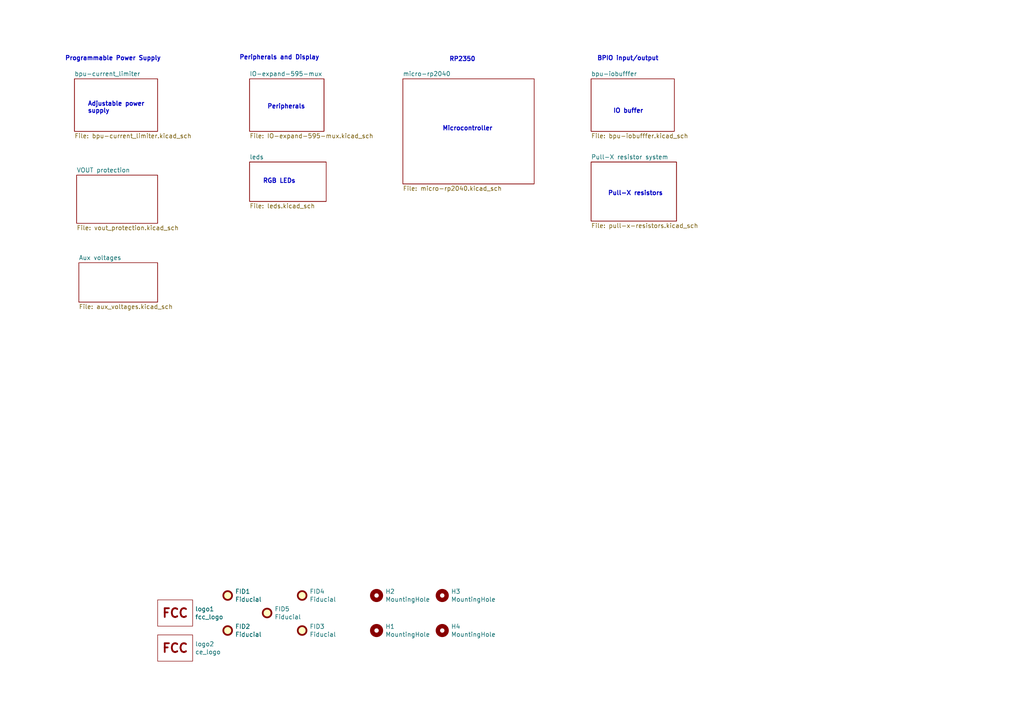
<source format=kicad_sch>
(kicad_sch (version 20250114) (generator "eeschema") (generator_version "9.0")
  (paper "A4")
  (lib_symbols
    (symbol "DP_logo_kicad:fcc_logo" (pin_names (offset 1.016))
      (property "Reference" "logo" (at 0 5.08 0))
      (property "Value" "fcc_logo" (at 0 -5.08 0))
      (symbol "fcc_logo_0_0"
        (rectangle (start -5.08 3.81) (end 5.08 -3.81))
        (text "FCC" (at 0 0 0) (effects (font (size 2.54 2.54) (bold yes))))
      )
    )
    (symbol "Mechanical:Fiducial"
      (property "Reference" "FID" (at 0 5.08 0))
      (property "Value" "Fiducial" (at 0 3.175 0))
      (symbol "Fiducial_0_1"
        (circle (center 0 0) (radius 1.27) (stroke (width 0.508)) (fill (type background)))
      )
    )
    (symbol "Mechanical:MountingHole" (pin_names (offset 1.016))
      (property "Reference" "H" (at 0 5.08 0))
      (property "Value" "MountingHole" (at 0 3.175 0))
      (symbol "MountingHole_0_1"
        (circle (center 0 0) (radius 1.27) (stroke (width 1.27)))
      )
    )
  )
  (text "Microcontroller" (at 128.27 38.1 0) (effects (font (size 1.27 1.27) (thickness 0.254) (bold yes)) (justify left bottom)))
  (text "Programmable Power Supply" (at 32.766 17.018 0) (effects (font (size 1.27 1.27) (thickness 0.254) (bold yes))))
  (text "BPIO input/output" (at 182.118 17.018 0) (effects (font (size 1.27 1.27) (thickness 0.254) (bold yes))))
  (text "Adjustable power \nsupply" (at 25.4 33.02 0) (effects (font (size 1.27 1.27) (thickness 0.254) (bold yes)) (justify left bottom)))
  (text "Peripherals and Display" (at 81.026 16.764 0) (effects (font (size 1.27 1.27) (thickness 0.254) (bold yes))))
  (text "IO buffer" (at 177.8 33.02 0) (effects (font (size 1.27 1.27) (thickness 0.254) (bold yes)) (justify left bottom)))
  (text "Peripherals" (at 77.47 31.75 0) (effects (font (size 1.27 1.27) (thickness 0.254) (bold yes)) (justify left bottom)))
  (text "RGB LEDs" (at 76.2 53.34 0) (effects (font (size 1.27 1.27) (thickness 0.254) (bold yes)) (justify left bottom)))
  (text "Pull-X resistors" (at 176.276 56.896 0) (effects (font (size 1.27 1.27) (thickness 0.254) (bold yes)) (justify left bottom)))
  (text "RP2350" (at 134.112 17.272 0) (effects (font (size 1.27 1.27) (thickness 0.254) (bold yes))))
  (symbol (lib_id "Mechanical:MountingHole") (at 109.22 172.72 0) (unit 1) (in_bom no)
    (property "Reference" "H2" (at 111.76 171.5516 0) (effects (justify left)))
    (property "Value" "MountingHole" (at 111.76 173.863 0) (effects (justify left)))
    (property "Footprint" "MountingHole:MountingHole_3.2mm_M3" (effects (hide yes)))
  )
  (symbol (lib_id "Mechanical:MountingHole") (at 109.22 182.88 0) (unit 1) (in_bom no)
    (property "Reference" "H1" (at 111.76 181.7116 0) (effects (justify left)))
    (property "Value" "MountingHole" (at 111.76 184.023 0) (effects (justify left)))
    (property "Footprint" "MountingHole:MountingHole_3.2mm_M3" (effects (hide yes)))
  )
  (symbol (lib_id "Mechanical:MountingHole") (at 128.27 172.72 0) (unit 1) (in_bom no)
    (property "Reference" "H3" (at 130.81 171.5516 0) (effects (justify left)))
    (property "Value" "MountingHole" (at 130.81 173.863 0) (effects (justify left)))
    (property "Footprint" "MountingHole:MountingHole_3.2mm_M3" (effects (hide yes)))
  )
  (symbol (lib_id "Mechanical:MountingHole") (at 128.27 182.88 0) (unit 1) (in_bom no)
    (property "Reference" "H4" (at 130.81 181.7116 0) (effects (justify left)))
    (property "Value" "MountingHole" (at 130.81 184.023 0) (effects (justify left)))
    (property "Footprint" "MountingHole:MountingHole_3.2mm_M3" (effects (hide yes)))
  )
  (symbol (lib_id "Mechanical:Fiducial") (at 66.04 172.72 0) (unit 1) (in_bom no)
    (property "Reference" "FID1" (at 68.199 171.5516 0) (effects (justify left)))
    (property "Value" "Fiducial" (at 68.199 173.863 0) (effects (justify left)))
    (property "Footprint" "Fiducial:Fiducial_1mm_Mask2mm" (effects (hide yes)))
  )
  (symbol (lib_id "Mechanical:Fiducial") (at 66.04 182.88 0) (unit 1) (in_bom no)
    (property "Reference" "FID2" (at 68.199 181.7116 0) (effects (justify left)))
    (property "Value" "Fiducial" (at 68.199 184.023 0) (effects (justify left)))
    (property "Footprint" "Fiducial:Fiducial_1mm_Mask2mm" (effects (hide yes)))
  )
  (symbol (lib_id "Mechanical:Fiducial") (at 87.63 182.88 0) (unit 1) (in_bom no)
    (property "Reference" "FID3" (at 89.789 181.7116 0) (effects (justify left)))
    (property "Value" "Fiducial" (at 89.789 184.023 0) (effects (justify left)))
    (property "Footprint" "Fiducial:Fiducial_1mm_Mask2mm" (effects (hide yes)))
  )
  (symbol (lib_id "Mechanical:Fiducial") (at 87.63 172.72 0) (unit 1) (in_bom no)
    (property "Reference" "FID4" (at 89.789 171.5516 0) (effects (justify left)))
    (property "Value" "Fiducial" (at 89.789 173.863 0) (effects (justify left)))
    (property "Footprint" "Fiducial:Fiducial_1mm_Mask2mm" (effects (hide yes)))
  )
  (symbol (lib_id "Mechanical:Fiducial") (at 77.47 177.8 0) (unit 1) (in_bom no)
    (property "Reference" "FID5" (at 79.629 176.6316 0) (effects (justify left)))
    (property "Value" "Fiducial" (at 79.629 178.943 0) (effects (justify left)))
    (property "Footprint" "Fiducial:Fiducial_1mm_Mask2mm" (effects (hide yes)))
  )
  (symbol (lib_id "DP_logo_kicad:fcc_logo") (at 50.8 177.8 0) (unit 1) (in_bom no)
    (property "Reference" "logo1" (at 56.5912 176.6316 0) (effects (justify left)))
    (property "Value" "fcc_logo" (at 56.5912 178.943 0) (effects (justify left)))
    (property "Footprint" "dp-logo:logo_fcc" (effects (hide yes)))
  )
  (symbol (lib_id "DP_logo_kicad:fcc_logo") (at 50.8 187.96 0) (unit 1) (in_bom no)
    (property "Reference" "logo2" (at 56.5912 186.7916 0) (effects (justify left)))
    (property "Value" "ce_logo" (at 56.5912 189.103 0) (effects (justify left)))
    (property "Footprint" "Symbol:CE-Logo_11.2x8mm_SilkScreen" (effects (hide yes)))
  )
  (sheet (at 171.45 22.86) (size 24.13 15.24)
    (property "Sheetname" "bpu-iobufffer" (at 171.45 22.1484 0) (effects (justify left bottom)))
    (property "Sheetfile" "bpu-iobufffer.kicad_sch" (at 171.45 38.6846 0) (effects (justify left top)))
  )
  (sheet (at 21.59 22.86) (size 24.13 15.24)
    (property "Sheetname" "bpu-current_limiter" (at 21.59 22.1484 0) (effects (justify left bottom)))
    (property "Sheetfile" "bpu-current_limiter.kicad_sch" (at 21.59 38.6846 0) (effects (justify left top)))
  )
  (sheet (at 116.84 22.86) (size 38.1 30.48)
    (property "Sheetname" "micro-rp2040" (at 116.84 22.1484 0) (effects (justify left bottom)))
    (property "Sheetfile" "micro-rp2040.kicad_sch" (at 116.84 53.9246 0) (effects (justify left top)))
  )
  (sheet (at 72.39 22.86) (size 21.59 15.24)
    (property "Sheetname" "IO-expand-595-mux" (at 72.39 22.1484 0) (effects (justify left bottom)))
    (property "Sheetfile" "IO-expand-595-mux.kicad_sch" (at 72.39 38.6846 0) (effects (justify left top)))
  )
  (sheet (at 72.39 46.99) (size 22.225 11.43)
    (property "Sheetname" "leds" (at 72.39 46.2784 0) (effects (justify left bottom)))
    (property "Sheetfile" "leds.kicad_sch" (at 72.39 59.0046 0) (effects (justify left top)))
  )
  (sheet (at 22.225 50.8) (size 23.495 13.97) (stroke (width 0.1524))
    (property "Sheetname" "VOUT protection" (at 22.225 50.0884 0) (effects (justify left bottom)))
    (property "Sheetfile" "vout_protection.kicad_sch" (at 22.225 65.3546 0) (effects (justify left top)))
  )
  (sheet (at 22.86 76.2) (size 22.86 11.43) (stroke (width 0.1524))
    (property "Sheetname" "Aux voltages" (at 22.86 75.4884 0) (effects (justify left bottom)))
    (property "Sheetfile" "aux_voltages.kicad_sch" (at 22.86 88.2146 0) (effects (justify left top)))
  )
  (sheet (at 171.45 46.99) (size 24.765 17.145) (stroke (width 0.1524))
    (property "Sheetname" "Pull-X resistor system" (at 171.45 46.2784 0) (effects (justify left bottom)))
    (property "Sheetfile" "pull-x-resistors.kicad_sch" (at 171.45 64.7196 0) (effects (justify left top)))
  )
)
</source>
